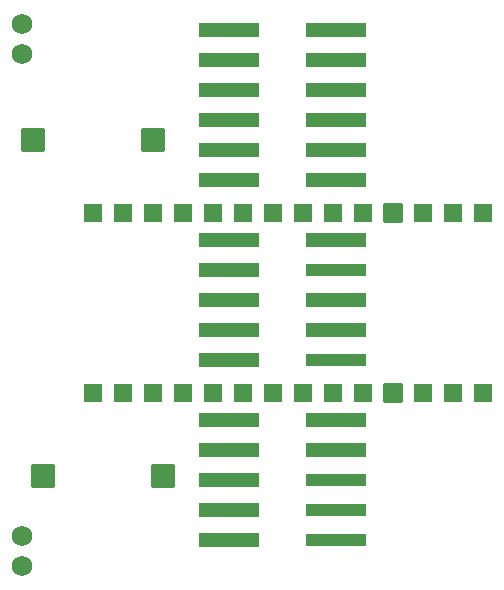
<source format=gbs>
G04 Layer: BottomSolderMaskLayer*
G04 EasyEDA v6.5.37, 2023-10-24 23:36:19*
G04 78d52bff66364ecaa542ea5132882577,2d72dfcb43d4463a83f972036e7af0db,10*
G04 Gerber Generator version 0.2*
G04 Scale: 100 percent, Rotated: No, Reflected: No *
G04 Dimensions in millimeters *
G04 leading zeros omitted , absolute positions ,4 integer and 5 decimal *
%FSLAX45Y45*%
%MOMM*%

%AMMACRO1*1,1,$1,$2,$3*1,1,$1,$4,$5*1,1,$1,0-$2,0-$3*1,1,$1,0-$4,0-$5*20,1,$1,$2,$3,$4,$5,0*20,1,$1,$4,$5,0-$2,0-$3,0*20,1,$1,0-$2,0-$3,0-$4,0-$5,0*20,1,$1,0-$4,0-$5,$2,$3,0*4,1,4,$2,$3,$4,$5,0-$2,0-$3,0-$4,0-$5,$2,$3,0*%
%ADD10C,1.7526*%
%ADD11MACRO1,0.1016X-2.5X-0.5X-2.5X0.5*%
%ADD12R,5.1016X1.1016*%
%ADD13R,1.6256X1.6256*%
%ADD14MACRO1,0.1016X-0.762X-0.762X-0.762X0.762*%
%ADD15MACRO1,0.1016X-0.9398X-0.9398X0.9398X-0.9398*%
%ADD16MACRO1,0.1016X0.9398X-0.9398X-0.9398X-0.9398*%

%LPD*%
D10*
G01*
X596900Y5067300D03*
G01*
X596900Y4813300D03*
G01*
X596900Y482600D03*
G01*
X596900Y736600D03*
D11*
G01*
X2349500Y4762505D03*
G01*
X2349500Y4508505D03*
G01*
X2349500Y4254502D03*
G01*
X2349500Y4000497D03*
G01*
X2349500Y3238497D03*
G01*
X2349500Y2984497D03*
G01*
X2349500Y2730502D03*
G01*
X2349500Y2476500D03*
G01*
X2349500Y2222497D03*
G01*
X2349500Y1714502D03*
G01*
X3249498Y1714497D03*
D12*
G01*
X3249498Y2222525D03*
D11*
G01*
X3249498Y2476494D03*
G01*
X3249498Y2730500D03*
D12*
G01*
X3249498Y2984525D03*
D11*
G01*
X3249498Y3238492D03*
G01*
X3249498Y4000492D03*
G01*
X3249498Y4254502D03*
G01*
X3249498Y4508505D03*
G01*
X3249498Y4762510D03*
G01*
X3249498Y5016500D03*
G01*
X2349500Y1460500D03*
G01*
X2349500Y1206520D03*
G01*
X2349500Y952517D03*
G01*
X2349500Y698497D03*
D12*
G01*
X3249498Y698525D03*
G01*
X3249498Y952525D03*
G01*
X3249498Y1206525D03*
D11*
G01*
X3249498Y1460500D03*
G01*
X2349500Y5016500D03*
G01*
X2349500Y3746506D03*
G01*
X3249498Y3746506D03*
D13*
G01*
X1193800Y1943100D03*
G01*
X1447800Y1943100D03*
G01*
X1701800Y1943100D03*
G01*
X1955800Y1943100D03*
G01*
X2209800Y1943100D03*
G01*
X2463800Y1943100D03*
G01*
X2717800Y1943100D03*
G01*
X2971800Y1943100D03*
G01*
X3225800Y1943100D03*
G01*
X3479800Y1943100D03*
D14*
G01*
X3733784Y1943100D03*
D13*
G01*
X3987800Y1943100D03*
G01*
X4241800Y1943100D03*
G01*
X4495800Y1943100D03*
G01*
X4495800Y3467100D03*
G01*
X4241800Y3467100D03*
G01*
X3987800Y3467100D03*
D14*
G01*
X3733784Y3467097D03*
D13*
G01*
X3479800Y3467100D03*
G01*
X3225800Y3467100D03*
G01*
X2971800Y3467100D03*
G01*
X2717800Y3467100D03*
G01*
X2463800Y3467100D03*
G01*
X2209800Y3467100D03*
G01*
X1955800Y3467100D03*
G01*
X1701800Y3467100D03*
G01*
X1447800Y3467100D03*
G01*
X1193800Y3467100D03*
D15*
G01*
X1790700Y1244600D03*
G01*
X774700Y1244600D03*
D16*
G01*
X685800Y4089400D03*
D15*
G01*
X1701800Y4089400D03*
M02*

</source>
